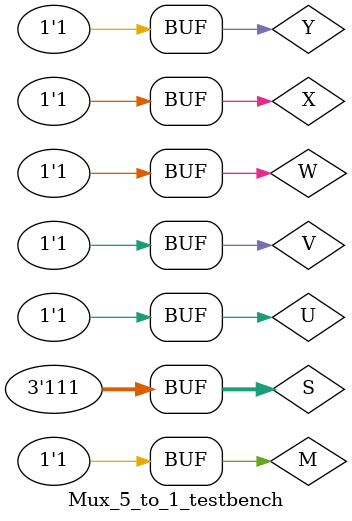
<source format=sv>
module Mux_5_to_1(S, U, V, W, X, Y, M);
	input U, V, W, X, Y;
	input [2:0] S;
	output reg M;
	
	wire A, B, C;
	
	assign A = (~S[0] & U) | (S[0] & V);
	assign B = (~S[0] & W) | (S[0] & X);
	assign C = (~S[1] & A) | (S[1] & B);
	assign M = (~S[2] & C) | (S[2] & Y);
endmodule

//module Mux_5_to_1_testbench(input  U, V, W, X, Y, [2:0] S,output reg M);
module Mux_5_to_1_testbench();
	logic U;
	logic V;
	logic W; 
	logic X;
	logic Y; 
	logic M;
	logic [2:0] S;
	Mux_5_to_1 dut(.S(S), .U(U), .V(V), .W(W), .X(X), .Y(Y), .M(M));
	initial begin
	S[0] = 0; S[1] = 0; S[2] = 0; U = 0; V = 0; W = 0; X = 0; Y = 0; M = 0; #10;
	S[0] = 0; S[1] = 0; S[2] = 0; U = 0; V = 0; W = 0; X = 0; Y = 0; M = 1; #10;
	S[0] = 0; S[1] = 0; S[2] = 0; U = 0; V = 0; W = 0; X = 0; Y = 1; M = 0; #10;
	S[0] = 0; S[1] = 0; S[2] = 0; U = 0; V = 0; W = 0; X = 0; Y = 1; M = 1; #10;
	S[0] = 0; S[1] = 0; S[2] = 0; U = 0; V = 0; W = 0; X = 1; Y = 0; M = 0; #10;
	S[0] = 0; S[1] = 0; S[2] = 0; U = 0; V = 0; W = 0; X = 1; Y = 0; M = 1; #10;
	S[0] = 0; S[1] = 0; S[2] = 0; U = 0; V = 0; W = 0; X = 1; Y = 1; M = 0; #10;
	S[0] = 0; S[1] = 0; S[2] = 0; U = 0; V = 0; W = 0; X = 1; Y = 1; M = 1; #10;
	S[0] = 0; S[1] = 0; S[2] = 0; U = 0; V = 0; W = 1; X = 0; Y = 0; M = 0; #10;
	S[0] = 0; S[1] = 0; S[2] = 0; U = 0; V = 0; W = 1; X = 0; Y = 0; M = 1; #10;
	S[0] = 0; S[1] = 0; S[2] = 0; U = 0; V = 0; W = 1; X = 0; Y = 1; M = 0; #10;
	S[0] = 0; S[1] = 0; S[2] = 0; U = 0; V = 0; W = 1; X = 0; Y = 1; M = 1; #10;
	S[0] = 0; S[1] = 0; S[2] = 0; U = 0; V = 0; W = 1; X = 1; Y = 0; M = 0; #10;
	S[0] = 0; S[1] = 0; S[2] = 0; U = 0; V = 0; W = 1; X = 1; Y = 0; M = 1; #10;
	S[0] = 0; S[1] = 0; S[2] = 0; U = 0; V = 0; W = 1; X = 1; Y = 1; M = 0; #10;
	S[0] = 0; S[1] = 0; S[2] = 0; U = 0; V = 0; W = 1; X = 1; Y = 1; M = 1; #10;
	S[0] = 0; S[1] = 0; S[2] = 0; U = 0; V = 1; W = 0; X = 0; Y = 0; M = 0; #10;
	S[0] = 0; S[1] = 0; S[2] = 0; U = 0; V = 1; W = 0; X = 0; Y = 0; M = 1; #10;
	S[0] = 0; S[1] = 0; S[2] = 0; U = 0; V = 1; W = 0; X = 0; Y = 1; M = 0; #10;
	S[0] = 0; S[1] = 0; S[2] = 0; U = 0; V = 1; W = 0; X = 0; Y = 1; M = 1; #10;
	S[0] = 0; S[1] = 0; S[2] = 0; U = 0; V = 1; W = 0; X = 1; Y = 0; M = 0; #10;
	S[0] = 0; S[1] = 0; S[2] = 0; U = 0; V = 1; W = 0; X = 1; Y = 0; M = 1; #10;
	S[0] = 0; S[1] = 0; S[2] = 0; U = 0; V = 1; W = 0; X = 1; Y = 1; M = 0; #10;
	S[0] = 0; S[1] = 0; S[2] = 0; U = 0; V = 1; W = 0; X = 1; Y = 1; M = 1; #10;
	S[0] = 0; S[1] = 0; S[2] = 0; U = 0; V = 1; W = 1; X = 0; Y = 0; M = 0; #10;
	S[0] = 0; S[1] = 0; S[2] = 0; U = 0; V = 1; W = 1; X = 0; Y = 0; M = 1; #10;
	S[0] = 0; S[1] = 0; S[2] = 0; U = 0; V = 1; W = 1; X = 0; Y = 1; M = 0; #10;
	S[0] = 0; S[1] = 0; S[2] = 0; U = 0; V = 1; W = 1; X = 0; Y = 1; M = 1; #10;
	S[0] = 0; S[1] = 0; S[2] = 0; U = 0; V = 1; W = 1; X = 1; Y = 0; M = 0; #10;
	S[0] = 0; S[1] = 0; S[2] = 0; U = 0; V = 1; W = 1; X = 1; Y = 0; M = 1; #10;
	S[0] = 0; S[1] = 0; S[2] = 0; U = 0; V = 1; W = 1; X = 1; Y = 1; M = 0; #10;
	S[0] = 0; S[1] = 0; S[2] = 0; U = 0; V = 1; W = 1; X = 1; Y = 1; M = 1; #10;
	S[0] = 0; S[1] = 0; S[2] = 0; U = 1; V = 0; W = 0; X = 0; Y = 0; M = 0; #10;
	S[0] = 0; S[1] = 0; S[2] = 0; U = 1; V = 0; W = 0; X = 0; Y = 0; M = 1; #10;
	S[0] = 0; S[1] = 0; S[2] = 0; U = 1; V = 0; W = 0; X = 0; Y = 1; M = 0; #10;
	S[0] = 0; S[1] = 0; S[2] = 0; U = 1; V = 0; W = 0; X = 0; Y = 1; M = 1; #10;
	S[0] = 0; S[1] = 0; S[2] = 0; U = 1; V = 0; W = 0; X = 1; Y = 0; M = 0; #10;
	S[0] = 0; S[1] = 0; S[2] = 0; U = 1; V = 0; W = 0; X = 1; Y = 0; M = 1; #10;
	S[0] = 0; S[1] = 0; S[2] = 0; U = 1; V = 0; W = 0; X = 1; Y = 1; M = 0; #10;
	S[0] = 0; S[1] = 0; S[2] = 0; U = 1; V = 0; W = 0; X = 1; Y = 1; M = 1; #10;
	S[0] = 0; S[1] = 0; S[2] = 0; U = 1; V = 0; W = 1; X = 0; Y = 0; M = 0; #10;
	S[0] = 0; S[1] = 0; S[2] = 0; U = 1; V = 0; W = 1; X = 0; Y = 0; M = 1; #10;
	S[0] = 0; S[1] = 0; S[2] = 0; U = 1; V = 0; W = 1; X = 0; Y = 1; M = 0; #10;
	S[0] = 0; S[1] = 0; S[2] = 0; U = 1; V = 0; W = 1; X = 0; Y = 1; M = 1; #10;
	S[0] = 0; S[1] = 0; S[2] = 0; U = 1; V = 0; W = 1; X = 1; Y = 0; M = 0; #10;
	S[0] = 0; S[1] = 0; S[2] = 0; U = 1; V = 0; W = 1; X = 1; Y = 0; M = 1; #10;
	S[0] = 0; S[1] = 0; S[2] = 0; U = 1; V = 0; W = 1; X = 1; Y = 1; M = 0; #10;
	S[0] = 0; S[1] = 0; S[2] = 0; U = 1; V = 0; W = 1; X = 1; Y = 1; M = 1; #10;
	S[0] = 0; S[1] = 0; S[2] = 0; U = 1; V = 1; W = 0; X = 0; Y = 0; M = 0; #10;
	S[0] = 0; S[1] = 0; S[2] = 0; U = 1; V = 1; W = 0; X = 0; Y = 0; M = 1; #10;
	S[0] = 0; S[1] = 0; S[2] = 0; U = 1; V = 1; W = 0; X = 0; Y = 1; M = 0; #10;
	S[0] = 0; S[1] = 0; S[2] = 0; U = 1; V = 1; W = 0; X = 0; Y = 1; M = 1; #10;
	S[0] = 0; S[1] = 0; S[2] = 0; U = 1; V = 1; W = 0; X = 1; Y = 0; M = 0; #10;
	S[0] = 0; S[1] = 0; S[2] = 0; U = 1; V = 1; W = 0; X = 1; Y = 0; M = 1; #10;
	S[0] = 0; S[1] = 0; S[2] = 0; U = 1; V = 1; W = 0; X = 1; Y = 1; M = 0; #10;
	S[0] = 0; S[1] = 0; S[2] = 0; U = 1; V = 1; W = 0; X = 1; Y = 1; M = 1; #10;
	S[0] = 0; S[1] = 0; S[2] = 0; U = 1; V = 1; W = 1; X = 0; Y = 0; M = 0; #10;
	S[0] = 0; S[1] = 0; S[2] = 0; U = 1; V = 1; W = 1; X = 0; Y = 0; M = 1; #10;
	S[0] = 0; S[1] = 0; S[2] = 0; U = 1; V = 1; W = 1; X = 0; Y = 1; M = 0; #10;
	S[0] = 0; S[1] = 0; S[2] = 0; U = 1; V = 1; W = 1; X = 0; Y = 1; M = 1; #10;
	S[0] = 0; S[1] = 0; S[2] = 0; U = 1; V = 1; W = 1; X = 1; Y = 0; M = 0; #10;
	S[0] = 0; S[1] = 0; S[2] = 0; U = 1; V = 1; W = 1; X = 1; Y = 0; M = 1; #10;
	S[0] = 0; S[1] = 0; S[2] = 0; U = 1; V = 1; W = 1; X = 1; Y = 1; M = 0; #10;
	S[0] = 0; S[1] = 0; S[2] = 0; U = 1; V = 1; W = 1; X = 1; Y = 1; M = 1; #10;
	S[0] = 0; S[1] = 0; S[2] = 1; U = 0; V = 0; W = 0; X = 0; Y = 0; M = 0; #10;
	S[0] = 0; S[1] = 0; S[2] = 1; U = 0; V = 0; W = 0; X = 0; Y = 0; M = 1; #10;
	S[0] = 0; S[1] = 0; S[2] = 1; U = 0; V = 0; W = 0; X = 0; Y = 1; M = 0; #10;
	S[0] = 0; S[1] = 0; S[2] = 1; U = 0; V = 0; W = 0; X = 0; Y = 1; M = 1; #10;
	S[0] = 0; S[1] = 0; S[2] = 1; U = 0; V = 0; W = 0; X = 1; Y = 0; M = 0; #10;
	S[0] = 0; S[1] = 0; S[2] = 1; U = 0; V = 0; W = 0; X = 1; Y = 0; M = 1; #10;
	S[0] = 0; S[1] = 0; S[2] = 1; U = 0; V = 0; W = 0; X = 1; Y = 1; M = 0; #10;
	S[0] = 0; S[1] = 0; S[2] = 1; U = 0; V = 0; W = 0; X = 1; Y = 1; M = 1; #10;
	S[0] = 0; S[1] = 0; S[2] = 1; U = 0; V = 0; W = 1; X = 0; Y = 0; M = 0; #10;
	S[0] = 0; S[1] = 0; S[2] = 1; U = 0; V = 0; W = 1; X = 0; Y = 0; M = 1; #10;
	S[0] = 0; S[1] = 0; S[2] = 1; U = 0; V = 0; W = 1; X = 0; Y = 1; M = 0; #10;
	S[0] = 0; S[1] = 0; S[2] = 1; U = 0; V = 0; W = 1; X = 0; Y = 1; M = 1; #10;
	S[0] = 0; S[1] = 0; S[2] = 1; U = 0; V = 0; W = 1; X = 1; Y = 0; M = 0; #10;
	S[0] = 0; S[1] = 0; S[2] = 1; U = 0; V = 0; W = 1; X = 1; Y = 0; M = 1; #10;
	S[0] = 0; S[1] = 0; S[2] = 1; U = 0; V = 0; W = 1; X = 1; Y = 1; M = 0; #10;
	S[0] = 0; S[1] = 0; S[2] = 1; U = 0; V = 0; W = 1; X = 1; Y = 1; M = 1; #10;
	S[0] = 0; S[1] = 0; S[2] = 1; U = 0; V = 1; W = 0; X = 0; Y = 0; M = 0; #10;
	S[0] = 0; S[1] = 0; S[2] = 1; U = 0; V = 1; W = 0; X = 0; Y = 0; M = 1; #10;
	S[0] = 0; S[1] = 0; S[2] = 1; U = 0; V = 1; W = 0; X = 0; Y = 1; M = 0; #10;
	S[0] = 0; S[1] = 0; S[2] = 1; U = 0; V = 1; W = 0; X = 0; Y = 1; M = 1; #10;
	S[0] = 0; S[1] = 0; S[2] = 1; U = 0; V = 1; W = 0; X = 1; Y = 0; M = 0; #10;
	S[0] = 0; S[1] = 0; S[2] = 1; U = 0; V = 1; W = 0; X = 1; Y = 0; M = 1; #10;
	S[0] = 0; S[1] = 0; S[2] = 1; U = 0; V = 1; W = 0; X = 1; Y = 1; M = 0; #10;
	S[0] = 0; S[1] = 0; S[2] = 1; U = 0; V = 1; W = 0; X = 1; Y = 1; M = 1; #10;
	S[0] = 0; S[1] = 0; S[2] = 1; U = 0; V = 1; W = 1; X = 0; Y = 0; M = 0; #10;
	S[0] = 0; S[1] = 0; S[2] = 1; U = 0; V = 1; W = 1; X = 0; Y = 0; M = 1; #10;
	S[0] = 0; S[1] = 0; S[2] = 1; U = 0; V = 1; W = 1; X = 0; Y = 1; M = 0; #10;
	S[0] = 0; S[1] = 0; S[2] = 1; U = 0; V = 1; W = 1; X = 0; Y = 1; M = 1; #10;
	S[0] = 0; S[1] = 0; S[2] = 1; U = 0; V = 1; W = 1; X = 1; Y = 0; M = 0; #10;
	S[0] = 0; S[1] = 0; S[2] = 1; U = 0; V = 1; W = 1; X = 1; Y = 0; M = 1; #10;
	S[0] = 0; S[1] = 0; S[2] = 1; U = 0; V = 1; W = 1; X = 1; Y = 1; M = 0; #10;
	S[0] = 0; S[1] = 0; S[2] = 1; U = 0; V = 1; W = 1; X = 1; Y = 1; M = 1; #10;
	S[0] = 0; S[1] = 0; S[2] = 1; U = 1; V = 0; W = 0; X = 0; Y = 0; M = 0; #10;
	S[0] = 0; S[1] = 0; S[2] = 1; U = 1; V = 0; W = 0; X = 0; Y = 0; M = 1; #10;
	S[0] = 0; S[1] = 0; S[2] = 1; U = 1; V = 0; W = 0; X = 0; Y = 1; M = 0; #10;
	S[0] = 0; S[1] = 0; S[2] = 1; U = 1; V = 0; W = 0; X = 0; Y = 1; M = 1; #10;
	S[0] = 0; S[1] = 0; S[2] = 1; U = 1; V = 0; W = 0; X = 1; Y = 0; M = 0; #10;
	S[0] = 0; S[1] = 0; S[2] = 1; U = 1; V = 0; W = 0; X = 1; Y = 0; M = 1; #10;
	S[0] = 0; S[1] = 0; S[2] = 1; U = 1; V = 0; W = 0; X = 1; Y = 1; M = 0; #10;
	S[0] = 0; S[1] = 0; S[2] = 1; U = 1; V = 0; W = 0; X = 1; Y = 1; M = 1; #10;
	S[0] = 0; S[1] = 0; S[2] = 1; U = 1; V = 0; W = 1; X = 0; Y = 0; M = 0; #10;
	S[0] = 0; S[1] = 0; S[2] = 1; U = 1; V = 0; W = 1; X = 0; Y = 0; M = 1; #10;
	S[0] = 0; S[1] = 0; S[2] = 1; U = 1; V = 0; W = 1; X = 0; Y = 1; M = 0; #10;
	S[0] = 0; S[1] = 0; S[2] = 1; U = 1; V = 0; W = 1; X = 0; Y = 1; M = 1; #10;
	S[0] = 0; S[1] = 0; S[2] = 1; U = 1; V = 0; W = 1; X = 1; Y = 0; M = 0; #10;
	S[0] = 0; S[1] = 0; S[2] = 1; U = 1; V = 0; W = 1; X = 1; Y = 0; M = 1; #10;
	S[0] = 0; S[1] = 0; S[2] = 1; U = 1; V = 0; W = 1; X = 1; Y = 1; M = 0; #10;
	S[0] = 0; S[1] = 0; S[2] = 1; U = 1; V = 0; W = 1; X = 1; Y = 1; M = 1; #10;
	S[0] = 0; S[1] = 0; S[2] = 1; U = 1; V = 1; W = 0; X = 0; Y = 0; M = 0; #10;
	S[0] = 0; S[1] = 0; S[2] = 1; U = 1; V = 1; W = 0; X = 0; Y = 0; M = 1; #10;
	S[0] = 0; S[1] = 0; S[2] = 1; U = 1; V = 1; W = 0; X = 0; Y = 1; M = 0; #10;
	S[0] = 0; S[1] = 0; S[2] = 1; U = 1; V = 1; W = 0; X = 0; Y = 1; M = 1; #10;
	S[0] = 0; S[1] = 0; S[2] = 1; U = 1; V = 1; W = 0; X = 1; Y = 0; M = 0; #10;
	S[0] = 0; S[1] = 0; S[2] = 1; U = 1; V = 1; W = 0; X = 1; Y = 0; M = 1; #10;
	S[0] = 0; S[1] = 0; S[2] = 1; U = 1; V = 1; W = 0; X = 1; Y = 1; M = 0; #10;
	S[0] = 0; S[1] = 0; S[2] = 1; U = 1; V = 1; W = 0; X = 1; Y = 1; M = 1; #10;
	S[0] = 0; S[1] = 0; S[2] = 1; U = 1; V = 1; W = 1; X = 0; Y = 0; M = 0; #10;
	S[0] = 0; S[1] = 0; S[2] = 1; U = 1; V = 1; W = 1; X = 0; Y = 0; M = 1; #10;
	S[0] = 0; S[1] = 0; S[2] = 1; U = 1; V = 1; W = 1; X = 0; Y = 1; M = 0; #10;
	S[0] = 0; S[1] = 0; S[2] = 1; U = 1; V = 1; W = 1; X = 0; Y = 1; M = 1; #10;
	S[0] = 0; S[1] = 0; S[2] = 1; U = 1; V = 1; W = 1; X = 1; Y = 0; M = 0; #10;
	S[0] = 0; S[1] = 0; S[2] = 1; U = 1; V = 1; W = 1; X = 1; Y = 0; M = 1; #10;
	S[0] = 0; S[1] = 0; S[2] = 1; U = 1; V = 1; W = 1; X = 1; Y = 1; M = 0; #10;
	S[0] = 0; S[1] = 0; S[2] = 1; U = 1; V = 1; W = 1; X = 1; Y = 1; M = 1; #10;
	S[0] = 0; S[1] = 1; S[2] = 0; U = 0; V = 0; W = 0; X = 0; Y = 0; M = 0; #10;
	S[0] = 0; S[1] = 1; S[2] = 0; U = 0; V = 0; W = 0; X = 0; Y = 0; M = 1; #10;
	S[0] = 0; S[1] = 1; S[2] = 0; U = 0; V = 0; W = 0; X = 0; Y = 1; M = 0; #10;
	S[0] = 0; S[1] = 1; S[2] = 0; U = 0; V = 0; W = 0; X = 0; Y = 1; M = 1; #10;
	S[0] = 0; S[1] = 1; S[2] = 0; U = 0; V = 0; W = 0; X = 1; Y = 0; M = 0; #10;
	S[0] = 0; S[1] = 1; S[2] = 0; U = 0; V = 0; W = 0; X = 1; Y = 0; M = 1; #10;
	S[0] = 0; S[1] = 1; S[2] = 0; U = 0; V = 0; W = 0; X = 1; Y = 1; M = 0; #10;
	S[0] = 0; S[1] = 1; S[2] = 0; U = 0; V = 0; W = 0; X = 1; Y = 1; M = 1; #10;
	S[0] = 0; S[1] = 1; S[2] = 0; U = 0; V = 0; W = 1; X = 0; Y = 0; M = 0; #10;
	S[0] = 0; S[1] = 1; S[2] = 0; U = 0; V = 0; W = 1; X = 0; Y = 0; M = 1; #10;
	S[0] = 0; S[1] = 1; S[2] = 0; U = 0; V = 0; W = 1; X = 0; Y = 1; M = 0; #10;
	S[0] = 0; S[1] = 1; S[2] = 0; U = 0; V = 0; W = 1; X = 0; Y = 1; M = 1; #10;
	S[0] = 0; S[1] = 1; S[2] = 0; U = 0; V = 0; W = 1; X = 1; Y = 0; M = 0; #10;
	S[0] = 0; S[1] = 1; S[2] = 0; U = 0; V = 0; W = 1; X = 1; Y = 0; M = 1; #10;
	S[0] = 0; S[1] = 1; S[2] = 0; U = 0; V = 0; W = 1; X = 1; Y = 1; M = 0; #10;
	S[0] = 0; S[1] = 1; S[2] = 0; U = 0; V = 0; W = 1; X = 1; Y = 1; M = 1; #10;
	S[0] = 0; S[1] = 1; S[2] = 0; U = 0; V = 1; W = 0; X = 0; Y = 0; M = 0; #10;
	S[0] = 0; S[1] = 1; S[2] = 0; U = 0; V = 1; W = 0; X = 0; Y = 0; M = 1; #10;
	S[0] = 0; S[1] = 1; S[2] = 0; U = 0; V = 1; W = 0; X = 0; Y = 1; M = 0; #10;
	S[0] = 0; S[1] = 1; S[2] = 0; U = 0; V = 1; W = 0; X = 0; Y = 1; M = 1; #10;
	S[0] = 0; S[1] = 1; S[2] = 0; U = 0; V = 1; W = 0; X = 1; Y = 0; M = 0; #10;
	S[0] = 0; S[1] = 1; S[2] = 0; U = 0; V = 1; W = 0; X = 1; Y = 0; M = 1; #10;
	S[0] = 0; S[1] = 1; S[2] = 0; U = 0; V = 1; W = 0; X = 1; Y = 1; M = 0; #10;
	S[0] = 0; S[1] = 1; S[2] = 0; U = 0; V = 1; W = 0; X = 1; Y = 1; M = 1; #10;
	S[0] = 0; S[1] = 1; S[2] = 0; U = 0; V = 1; W = 1; X = 0; Y = 0; M = 0; #10;
	S[0] = 0; S[1] = 1; S[2] = 0; U = 0; V = 1; W = 1; X = 0; Y = 0; M = 1; #10;
	S[0] = 0; S[1] = 1; S[2] = 0; U = 0; V = 1; W = 1; X = 0; Y = 1; M = 0; #10;
	S[0] = 0; S[1] = 1; S[2] = 0; U = 0; V = 1; W = 1; X = 0; Y = 1; M = 1; #10;
	S[0] = 0; S[1] = 1; S[2] = 0; U = 0; V = 1; W = 1; X = 1; Y = 0; M = 0; #10;
	S[0] = 0; S[1] = 1; S[2] = 0; U = 0; V = 1; W = 1; X = 1; Y = 0; M = 1; #10;
	S[0] = 0; S[1] = 1; S[2] = 0; U = 0; V = 1; W = 1; X = 1; Y = 1; M = 0; #10;
	S[0] = 0; S[1] = 1; S[2] = 0; U = 0; V = 1; W = 1; X = 1; Y = 1; M = 1; #10;
	S[0] = 0; S[1] = 1; S[2] = 0; U = 1; V = 0; W = 0; X = 0; Y = 0; M = 0; #10;
	S[0] = 0; S[1] = 1; S[2] = 0; U = 1; V = 0; W = 0; X = 0; Y = 0; M = 1; #10;
	S[0] = 0; S[1] = 1; S[2] = 0; U = 1; V = 0; W = 0; X = 0; Y = 1; M = 0; #10;
	S[0] = 0; S[1] = 1; S[2] = 0; U = 1; V = 0; W = 0; X = 0; Y = 1; M = 1; #10;
	S[0] = 0; S[1] = 1; S[2] = 0; U = 1; V = 0; W = 0; X = 1; Y = 0; M = 0; #10;
	S[0] = 0; S[1] = 1; S[2] = 0; U = 1; V = 0; W = 0; X = 1; Y = 0; M = 1; #10;
	S[0] = 0; S[1] = 1; S[2] = 0; U = 1; V = 0; W = 0; X = 1; Y = 1; M = 0; #10;
	S[0] = 0; S[1] = 1; S[2] = 0; U = 1; V = 0; W = 0; X = 1; Y = 1; M = 1; #10;
	S[0] = 0; S[1] = 1; S[2] = 0; U = 1; V = 0; W = 1; X = 0; Y = 0; M = 0; #10;
	S[0] = 0; S[1] = 1; S[2] = 0; U = 1; V = 0; W = 1; X = 0; Y = 0; M = 1; #10;
	S[0] = 0; S[1] = 1; S[2] = 0; U = 1; V = 0; W = 1; X = 0; Y = 1; M = 0; #10;
	S[0] = 0; S[1] = 1; S[2] = 0; U = 1; V = 0; W = 1; X = 0; Y = 1; M = 1; #10;
	S[0] = 0; S[1] = 1; S[2] = 0; U = 1; V = 0; W = 1; X = 1; Y = 0; M = 0; #10;
	S[0] = 0; S[1] = 1; S[2] = 0; U = 1; V = 0; W = 1; X = 1; Y = 0; M = 1; #10;
	S[0] = 0; S[1] = 1; S[2] = 0; U = 1; V = 0; W = 1; X = 1; Y = 1; M = 0; #10;
	S[0] = 0; S[1] = 1; S[2] = 0; U = 1; V = 0; W = 1; X = 1; Y = 1; M = 1; #10;
	S[0] = 0; S[1] = 1; S[2] = 0; U = 1; V = 1; W = 0; X = 0; Y = 0; M = 0; #10;
	S[0] = 0; S[1] = 1; S[2] = 0; U = 1; V = 1; W = 0; X = 0; Y = 0; M = 1; #10;
	S[0] = 0; S[1] = 1; S[2] = 0; U = 1; V = 1; W = 0; X = 0; Y = 1; M = 0; #10;
	S[0] = 0; S[1] = 1; S[2] = 0; U = 1; V = 1; W = 0; X = 0; Y = 1; M = 1; #10;
	S[0] = 0; S[1] = 1; S[2] = 0; U = 1; V = 1; W = 0; X = 1; Y = 0; M = 0; #10;
	S[0] = 0; S[1] = 1; S[2] = 0; U = 1; V = 1; W = 0; X = 1; Y = 0; M = 1; #10;
	S[0] = 0; S[1] = 1; S[2] = 0; U = 1; V = 1; W = 0; X = 1; Y = 1; M = 0; #10;
	S[0] = 0; S[1] = 1; S[2] = 0; U = 1; V = 1; W = 0; X = 1; Y = 1; M = 1; #10;
	S[0] = 0; S[1] = 1; S[2] = 0; U = 1; V = 1; W = 1; X = 0; Y = 0; M = 0; #10;
	S[0] = 0; S[1] = 1; S[2] = 0; U = 1; V = 1; W = 1; X = 0; Y = 0; M = 1; #10;
	S[0] = 0; S[1] = 1; S[2] = 0; U = 1; V = 1; W = 1; X = 0; Y = 1; M = 0; #10;
	S[0] = 0; S[1] = 1; S[2] = 0; U = 1; V = 1; W = 1; X = 0; Y = 1; M = 1; #10;
	S[0] = 0; S[1] = 1; S[2] = 0; U = 1; V = 1; W = 1; X = 1; Y = 0; M = 0; #10;
	S[0] = 0; S[1] = 1; S[2] = 0; U = 1; V = 1; W = 1; X = 1; Y = 0; M = 1; #10;
	S[0] = 0; S[1] = 1; S[2] = 0; U = 1; V = 1; W = 1; X = 1; Y = 1; M = 0; #10;
	S[0] = 0; S[1] = 1; S[2] = 0; U = 1; V = 1; W = 1; X = 1; Y = 1; M = 1; #10;
	S[0] = 0; S[1] = 1; S[2] = 1; U = 0; V = 0; W = 0; X = 0; Y = 0; M = 0; #10;
	S[0] = 0; S[1] = 1; S[2] = 1; U = 0; V = 0; W = 0; X = 0; Y = 0; M = 1; #10;
	S[0] = 0; S[1] = 1; S[2] = 1; U = 0; V = 0; W = 0; X = 0; Y = 1; M = 0; #10;
	S[0] = 0; S[1] = 1; S[2] = 1; U = 0; V = 0; W = 0; X = 0; Y = 1; M = 1; #10;
	S[0] = 0; S[1] = 1; S[2] = 1; U = 0; V = 0; W = 0; X = 1; Y = 0; M = 0; #10;
	S[0] = 0; S[1] = 1; S[2] = 1; U = 0; V = 0; W = 0; X = 1; Y = 0; M = 1; #10;
	S[0] = 0; S[1] = 1; S[2] = 1; U = 0; V = 0; W = 0; X = 1; Y = 1; M = 0; #10;
	S[0] = 0; S[1] = 1; S[2] = 1; U = 0; V = 0; W = 0; X = 1; Y = 1; M = 1; #10;
	S[0] = 0; S[1] = 1; S[2] = 1; U = 0; V = 0; W = 1; X = 0; Y = 0; M = 0; #10;
	S[0] = 0; S[1] = 1; S[2] = 1; U = 0; V = 0; W = 1; X = 0; Y = 0; M = 1; #10;
	S[0] = 0; S[1] = 1; S[2] = 1; U = 0; V = 0; W = 1; X = 0; Y = 1; M = 0; #10;
	S[0] = 0; S[1] = 1; S[2] = 1; U = 0; V = 0; W = 1; X = 0; Y = 1; M = 1; #10;
	S[0] = 0; S[1] = 1; S[2] = 1; U = 0; V = 0; W = 1; X = 1; Y = 0; M = 0; #10;
	S[0] = 0; S[1] = 1; S[2] = 1; U = 0; V = 0; W = 1; X = 1; Y = 0; M = 1; #10;
	S[0] = 0; S[1] = 1; S[2] = 1; U = 0; V = 0; W = 1; X = 1; Y = 1; M = 0; #10;
	S[0] = 0; S[1] = 1; S[2] = 1; U = 0; V = 0; W = 1; X = 1; Y = 1; M = 1; #10;
	S[0] = 0; S[1] = 1; S[2] = 1; U = 0; V = 1; W = 0; X = 0; Y = 0; M = 0; #10;
	S[0] = 0; S[1] = 1; S[2] = 1; U = 0; V = 1; W = 0; X = 0; Y = 0; M = 1; #10;
	S[0] = 0; S[1] = 1; S[2] = 1; U = 0; V = 1; W = 0; X = 0; Y = 1; M = 0; #10;
	S[0] = 0; S[1] = 1; S[2] = 1; U = 0; V = 1; W = 0; X = 0; Y = 1; M = 1; #10;
	S[0] = 0; S[1] = 1; S[2] = 1; U = 0; V = 1; W = 0; X = 1; Y = 0; M = 0; #10;
	S[0] = 0; S[1] = 1; S[2] = 1; U = 0; V = 1; W = 0; X = 1; Y = 0; M = 1; #10;
	S[0] = 0; S[1] = 1; S[2] = 1; U = 0; V = 1; W = 0; X = 1; Y = 1; M = 0; #10;
	S[0] = 0; S[1] = 1; S[2] = 1; U = 0; V = 1; W = 0; X = 1; Y = 1; M = 1; #10;
	S[0] = 0; S[1] = 1; S[2] = 1; U = 0; V = 1; W = 1; X = 0; Y = 0; M = 0; #10;
	S[0] = 0; S[1] = 1; S[2] = 1; U = 0; V = 1; W = 1; X = 0; Y = 0; M = 1; #10;
	S[0] = 0; S[1] = 1; S[2] = 1; U = 0; V = 1; W = 1; X = 0; Y = 1; M = 0; #10;
	S[0] = 0; S[1] = 1; S[2] = 1; U = 0; V = 1; W = 1; X = 0; Y = 1; M = 1; #10;
	S[0] = 0; S[1] = 1; S[2] = 1; U = 0; V = 1; W = 1; X = 1; Y = 0; M = 0; #10;
	S[0] = 0; S[1] = 1; S[2] = 1; U = 0; V = 1; W = 1; X = 1; Y = 0; M = 1; #10;
	S[0] = 0; S[1] = 1; S[2] = 1; U = 0; V = 1; W = 1; X = 1; Y = 1; M = 0; #10;
	S[0] = 0; S[1] = 1; S[2] = 1; U = 0; V = 1; W = 1; X = 1; Y = 1; M = 1; #10;
	S[0] = 0; S[1] = 1; S[2] = 1; U = 1; V = 0; W = 0; X = 0; Y = 0; M = 0; #10;
	S[0] = 0; S[1] = 1; S[2] = 1; U = 1; V = 0; W = 0; X = 0; Y = 0; M = 1; #10;
	S[0] = 0; S[1] = 1; S[2] = 1; U = 1; V = 0; W = 0; X = 0; Y = 1; M = 0; #10;
	S[0] = 0; S[1] = 1; S[2] = 1; U = 1; V = 0; W = 0; X = 0; Y = 1; M = 1; #10;
	S[0] = 0; S[1] = 1; S[2] = 1; U = 1; V = 0; W = 0; X = 1; Y = 0; M = 0; #10;
	S[0] = 0; S[1] = 1; S[2] = 1; U = 1; V = 0; W = 0; X = 1; Y = 0; M = 1; #10;
	S[0] = 0; S[1] = 1; S[2] = 1; U = 1; V = 0; W = 0; X = 1; Y = 1; M = 0; #10;
	S[0] = 0; S[1] = 1; S[2] = 1; U = 1; V = 0; W = 0; X = 1; Y = 1; M = 1; #10;
	S[0] = 0; S[1] = 1; S[2] = 1; U = 1; V = 0; W = 1; X = 0; Y = 0; M = 0; #10;
	S[0] = 0; S[1] = 1; S[2] = 1; U = 1; V = 0; W = 1; X = 0; Y = 0; M = 1; #10;
	S[0] = 0; S[1] = 1; S[2] = 1; U = 1; V = 0; W = 1; X = 0; Y = 1; M = 0; #10;
	S[0] = 0; S[1] = 1; S[2] = 1; U = 1; V = 0; W = 1; X = 0; Y = 1; M = 1; #10;
	S[0] = 0; S[1] = 1; S[2] = 1; U = 1; V = 0; W = 1; X = 1; Y = 0; M = 0; #10;
	S[0] = 0; S[1] = 1; S[2] = 1; U = 1; V = 0; W = 1; X = 1; Y = 0; M = 1; #10;
	S[0] = 0; S[1] = 1; S[2] = 1; U = 1; V = 0; W = 1; X = 1; Y = 1; M = 0; #10;
	S[0] = 0; S[1] = 1; S[2] = 1; U = 1; V = 0; W = 1; X = 1; Y = 1; M = 1; #10;
	S[0] = 0; S[1] = 1; S[2] = 1; U = 1; V = 1; W = 0; X = 0; Y = 0; M = 0; #10;
	S[0] = 0; S[1] = 1; S[2] = 1; U = 1; V = 1; W = 0; X = 0; Y = 0; M = 1; #10;
	S[0] = 0; S[1] = 1; S[2] = 1; U = 1; V = 1; W = 0; X = 0; Y = 1; M = 0; #10;
	S[0] = 0; S[1] = 1; S[2] = 1; U = 1; V = 1; W = 0; X = 0; Y = 1; M = 1; #10;
	S[0] = 0; S[1] = 1; S[2] = 1; U = 1; V = 1; W = 0; X = 1; Y = 0; M = 0; #10;
	S[0] = 0; S[1] = 1; S[2] = 1; U = 1; V = 1; W = 0; X = 1; Y = 0; M = 1; #10;
	S[0] = 0; S[1] = 1; S[2] = 1; U = 1; V = 1; W = 0; X = 1; Y = 1; M = 0; #10;
	S[0] = 0; S[1] = 1; S[2] = 1; U = 1; V = 1; W = 0; X = 1; Y = 1; M = 1; #10;
	S[0] = 0; S[1] = 1; S[2] = 1; U = 1; V = 1; W = 1; X = 0; Y = 0; M = 0; #10;
	S[0] = 0; S[1] = 1; S[2] = 1; U = 1; V = 1; W = 1; X = 0; Y = 0; M = 1; #10;
	S[0] = 0; S[1] = 1; S[2] = 1; U = 1; V = 1; W = 1; X = 0; Y = 1; M = 0; #10;
	S[0] = 0; S[1] = 1; S[2] = 1; U = 1; V = 1; W = 1; X = 0; Y = 1; M = 1; #10;
	S[0] = 0; S[1] = 1; S[2] = 1; U = 1; V = 1; W = 1; X = 1; Y = 0; M = 0; #10;
	S[0] = 0; S[1] = 1; S[2] = 1; U = 1; V = 1; W = 1; X = 1; Y = 0; M = 1; #10;
	S[0] = 0; S[1] = 1; S[2] = 1; U = 1; V = 1; W = 1; X = 1; Y = 1; M = 0; #10;
	S[0] = 0; S[1] = 1; S[2] = 1; U = 1; V = 1; W = 1; X = 1; Y = 1; M = 1; #10;
	S[0] = 1; S[1] = 0; S[2] = 0; U = 0; V = 0; W = 0; X = 0; Y = 0; M = 0; #10;
	S[0] = 1; S[1] = 0; S[2] = 0; U = 0; V = 0; W = 0; X = 0; Y = 0; M = 1; #10;
	S[0] = 1; S[1] = 0; S[2] = 0; U = 0; V = 0; W = 0; X = 0; Y = 1; M = 0; #10;
	S[0] = 1; S[1] = 0; S[2] = 0; U = 0; V = 0; W = 0; X = 0; Y = 1; M = 1; #10;
	S[0] = 1; S[1] = 0; S[2] = 0; U = 0; V = 0; W = 0; X = 1; Y = 0; M = 0; #10;
	S[0] = 1; S[1] = 0; S[2] = 0; U = 0; V = 0; W = 0; X = 1; Y = 0; M = 1; #10;
	S[0] = 1; S[1] = 0; S[2] = 0; U = 0; V = 0; W = 0; X = 1; Y = 1; M = 0; #10;
	S[0] = 1; S[1] = 0; S[2] = 0; U = 0; V = 0; W = 0; X = 1; Y = 1; M = 1; #10;
	S[0] = 1; S[1] = 0; S[2] = 0; U = 0; V = 0; W = 1; X = 0; Y = 0; M = 0; #10;
	S[0] = 1; S[1] = 0; S[2] = 0; U = 0; V = 0; W = 1; X = 0; Y = 0; M = 1; #10;
	S[0] = 1; S[1] = 0; S[2] = 0; U = 0; V = 0; W = 1; X = 0; Y = 1; M = 0; #10;
	S[0] = 1; S[1] = 0; S[2] = 0; U = 0; V = 0; W = 1; X = 0; Y = 1; M = 1; #10;
	S[0] = 1; S[1] = 0; S[2] = 0; U = 0; V = 0; W = 1; X = 1; Y = 0; M = 0; #10;
	S[0] = 1; S[1] = 0; S[2] = 0; U = 0; V = 0; W = 1; X = 1; Y = 0; M = 1; #10;
	S[0] = 1; S[1] = 0; S[2] = 0; U = 0; V = 0; W = 1; X = 1; Y = 1; M = 0; #10;
	S[0] = 1; S[1] = 0; S[2] = 0; U = 0; V = 0; W = 1; X = 1; Y = 1; M = 1; #10;
	S[0] = 1; S[1] = 0; S[2] = 0; U = 0; V = 1; W = 0; X = 0; Y = 0; M = 0; #10;
	S[0] = 1; S[1] = 0; S[2] = 0; U = 0; V = 1; W = 0; X = 0; Y = 0; M = 1; #10;
	S[0] = 1; S[1] = 0; S[2] = 0; U = 0; V = 1; W = 0; X = 0; Y = 1; M = 0; #10;
	S[0] = 1; S[1] = 0; S[2] = 0; U = 0; V = 1; W = 0; X = 0; Y = 1; M = 1; #10;
	S[0] = 1; S[1] = 0; S[2] = 0; U = 0; V = 1; W = 0; X = 1; Y = 0; M = 0; #10;
	S[0] = 1; S[1] = 0; S[2] = 0; U = 0; V = 1; W = 0; X = 1; Y = 0; M = 1; #10;
	S[0] = 1; S[1] = 0; S[2] = 0; U = 0; V = 1; W = 0; X = 1; Y = 1; M = 0; #10;
	S[0] = 1; S[1] = 0; S[2] = 0; U = 0; V = 1; W = 0; X = 1; Y = 1; M = 1; #10;
	S[0] = 1; S[1] = 0; S[2] = 0; U = 0; V = 1; W = 1; X = 0; Y = 0; M = 0; #10;
	S[0] = 1; S[1] = 0; S[2] = 0; U = 0; V = 1; W = 1; X = 0; Y = 0; M = 1; #10;
	S[0] = 1; S[1] = 0; S[2] = 0; U = 0; V = 1; W = 1; X = 0; Y = 1; M = 0; #10;
	S[0] = 1; S[1] = 0; S[2] = 0; U = 0; V = 1; W = 1; X = 0; Y = 1; M = 1; #10;
	S[0] = 1; S[1] = 0; S[2] = 0; U = 0; V = 1; W = 1; X = 1; Y = 0; M = 0; #10;
	S[0] = 1; S[1] = 0; S[2] = 0; U = 0; V = 1; W = 1; X = 1; Y = 0; M = 1; #10;
	S[0] = 1; S[1] = 0; S[2] = 0; U = 0; V = 1; W = 1; X = 1; Y = 1; M = 0; #10;
	S[0] = 1; S[1] = 0; S[2] = 0; U = 0; V = 1; W = 1; X = 1; Y = 1; M = 1; #10;
	S[0] = 1; S[1] = 0; S[2] = 0; U = 1; V = 0; W = 0; X = 0; Y = 0; M = 0; #10;
	S[0] = 1; S[1] = 0; S[2] = 0; U = 1; V = 0; W = 0; X = 0; Y = 0; M = 1; #10;
	S[0] = 1; S[1] = 0; S[2] = 0; U = 1; V = 0; W = 0; X = 0; Y = 1; M = 0; #10;
	S[0] = 1; S[1] = 0; S[2] = 0; U = 1; V = 0; W = 0; X = 0; Y = 1; M = 1; #10;
	S[0] = 1; S[1] = 0; S[2] = 0; U = 1; V = 0; W = 0; X = 1; Y = 0; M = 0; #10;
	S[0] = 1; S[1] = 0; S[2] = 0; U = 1; V = 0; W = 0; X = 1; Y = 0; M = 1; #10;
	S[0] = 1; S[1] = 0; S[2] = 0; U = 1; V = 0; W = 0; X = 1; Y = 1; M = 0; #10;
	S[0] = 1; S[1] = 0; S[2] = 0; U = 1; V = 0; W = 0; X = 1; Y = 1; M = 1; #10;
	S[0] = 1; S[1] = 0; S[2] = 0; U = 1; V = 0; W = 1; X = 0; Y = 0; M = 0; #10;
	S[0] = 1; S[1] = 0; S[2] = 0; U = 1; V = 0; W = 1; X = 0; Y = 0; M = 1; #10;
	S[0] = 1; S[1] = 0; S[2] = 0; U = 1; V = 0; W = 1; X = 0; Y = 1; M = 0; #10;
	S[0] = 1; S[1] = 0; S[2] = 0; U = 1; V = 0; W = 1; X = 0; Y = 1; M = 1; #10;
	S[0] = 1; S[1] = 0; S[2] = 0; U = 1; V = 0; W = 1; X = 1; Y = 0; M = 0; #10;
	S[0] = 1; S[1] = 0; S[2] = 0; U = 1; V = 0; W = 1; X = 1; Y = 0; M = 1; #10;
	S[0] = 1; S[1] = 0; S[2] = 0; U = 1; V = 0; W = 1; X = 1; Y = 1; M = 0; #10;
	S[0] = 1; S[1] = 0; S[2] = 0; U = 1; V = 0; W = 1; X = 1; Y = 1; M = 1; #10;
	S[0] = 1; S[1] = 0; S[2] = 0; U = 1; V = 1; W = 0; X = 0; Y = 0; M = 0; #10;
	S[0] = 1; S[1] = 0; S[2] = 0; U = 1; V = 1; W = 0; X = 0; Y = 0; M = 1; #10;
	S[0] = 1; S[1] = 0; S[2] = 0; U = 1; V = 1; W = 0; X = 0; Y = 1; M = 0; #10;
	S[0] = 1; S[1] = 0; S[2] = 0; U = 1; V = 1; W = 0; X = 0; Y = 1; M = 1; #10;
	S[0] = 1; S[1] = 0; S[2] = 0; U = 1; V = 1; W = 0; X = 1; Y = 0; M = 0; #10;
	S[0] = 1; S[1] = 0; S[2] = 0; U = 1; V = 1; W = 0; X = 1; Y = 0; M = 1; #10;
	S[0] = 1; S[1] = 0; S[2] = 0; U = 1; V = 1; W = 0; X = 1; Y = 1; M = 0; #10;
	S[0] = 1; S[1] = 0; S[2] = 0; U = 1; V = 1; W = 0; X = 1; Y = 1; M = 1; #10;
	S[0] = 1; S[1] = 0; S[2] = 0; U = 1; V = 1; W = 1; X = 0; Y = 0; M = 0; #10;
	S[0] = 1; S[1] = 0; S[2] = 0; U = 1; V = 1; W = 1; X = 0; Y = 0; M = 1; #10;
	S[0] = 1; S[1] = 0; S[2] = 0; U = 1; V = 1; W = 1; X = 0; Y = 1; M = 0; #10;
	S[0] = 1; S[1] = 0; S[2] = 0; U = 1; V = 1; W = 1; X = 0; Y = 1; M = 1; #10;
	S[0] = 1; S[1] = 0; S[2] = 0; U = 1; V = 1; W = 1; X = 1; Y = 0; M = 0; #10;
	S[0] = 1; S[1] = 0; S[2] = 0; U = 1; V = 1; W = 1; X = 1; Y = 0; M = 1; #10;
	S[0] = 1; S[1] = 0; S[2] = 0; U = 1; V = 1; W = 1; X = 1; Y = 1; M = 0; #10;
	S[0] = 1; S[1] = 0; S[2] = 0; U = 1; V = 1; W = 1; X = 1; Y = 1; M = 1; #10;
	S[0] = 1; S[1] = 0; S[2] = 1; U = 0; V = 0; W = 0; X = 0; Y = 0; M = 0; #10;
	S[0] = 1; S[1] = 0; S[2] = 1; U = 0; V = 0; W = 0; X = 0; Y = 0; M = 1; #10;
	S[0] = 1; S[1] = 0; S[2] = 1; U = 0; V = 0; W = 0; X = 0; Y = 1; M = 0; #10;
	S[0] = 1; S[1] = 0; S[2] = 1; U = 0; V = 0; W = 0; X = 0; Y = 1; M = 1; #10;
	S[0] = 1; S[1] = 0; S[2] = 1; U = 0; V = 0; W = 0; X = 1; Y = 0; M = 0; #10;
	S[0] = 1; S[1] = 0; S[2] = 1; U = 0; V = 0; W = 0; X = 1; Y = 0; M = 1; #10;
	S[0] = 1; S[1] = 0; S[2] = 1; U = 0; V = 0; W = 0; X = 1; Y = 1; M = 0; #10;
	S[0] = 1; S[1] = 0; S[2] = 1; U = 0; V = 0; W = 0; X = 1; Y = 1; M = 1; #10;
	S[0] = 1; S[1] = 0; S[2] = 1; U = 0; V = 0; W = 1; X = 0; Y = 0; M = 0; #10;
	S[0] = 1; S[1] = 0; S[2] = 1; U = 0; V = 0; W = 1; X = 0; Y = 0; M = 1; #10;
	S[0] = 1; S[1] = 0; S[2] = 1; U = 0; V = 0; W = 1; X = 0; Y = 1; M = 0; #10;
	S[0] = 1; S[1] = 0; S[2] = 1; U = 0; V = 0; W = 1; X = 0; Y = 1; M = 1; #10;
	S[0] = 1; S[1] = 0; S[2] = 1; U = 0; V = 0; W = 1; X = 1; Y = 0; M = 0; #10;
	S[0] = 1; S[1] = 0; S[2] = 1; U = 0; V = 0; W = 1; X = 1; Y = 0; M = 1; #10;
	S[0] = 1; S[1] = 0; S[2] = 1; U = 0; V = 0; W = 1; X = 1; Y = 1; M = 0; #10;
	S[0] = 1; S[1] = 0; S[2] = 1; U = 0; V = 0; W = 1; X = 1; Y = 1; M = 1; #10;
	S[0] = 1; S[1] = 0; S[2] = 1; U = 0; V = 1; W = 0; X = 0; Y = 0; M = 0; #10;
	S[0] = 1; S[1] = 0; S[2] = 1; U = 0; V = 1; W = 0; X = 0; Y = 0; M = 1; #10;
	S[0] = 1; S[1] = 0; S[2] = 1; U = 0; V = 1; W = 0; X = 0; Y = 1; M = 0; #10;
	S[0] = 1; S[1] = 0; S[2] = 1; U = 0; V = 1; W = 0; X = 0; Y = 1; M = 1; #10;
	S[0] = 1; S[1] = 0; S[2] = 1; U = 0; V = 1; W = 0; X = 1; Y = 0; M = 0; #10;
	S[0] = 1; S[1] = 0; S[2] = 1; U = 0; V = 1; W = 0; X = 1; Y = 0; M = 1; #10;
	S[0] = 1; S[1] = 0; S[2] = 1; U = 0; V = 1; W = 0; X = 1; Y = 1; M = 0; #10;
	S[0] = 1; S[1] = 0; S[2] = 1; U = 0; V = 1; W = 0; X = 1; Y = 1; M = 1; #10;
	S[0] = 1; S[1] = 0; S[2] = 1; U = 0; V = 1; W = 1; X = 0; Y = 0; M = 0; #10;
	S[0] = 1; S[1] = 0; S[2] = 1; U = 0; V = 1; W = 1; X = 0; Y = 0; M = 1; #10;
	S[0] = 1; S[1] = 0; S[2] = 1; U = 0; V = 1; W = 1; X = 0; Y = 1; M = 0; #10;
	S[0] = 1; S[1] = 0; S[2] = 1; U = 0; V = 1; W = 1; X = 0; Y = 1; M = 1; #10;
	S[0] = 1; S[1] = 0; S[2] = 1; U = 0; V = 1; W = 1; X = 1; Y = 0; M = 0; #10;
	S[0] = 1; S[1] = 0; S[2] = 1; U = 0; V = 1; W = 1; X = 1; Y = 0; M = 1; #10;
	S[0] = 1; S[1] = 0; S[2] = 1; U = 0; V = 1; W = 1; X = 1; Y = 1; M = 0; #10;
	S[0] = 1; S[1] = 0; S[2] = 1; U = 0; V = 1; W = 1; X = 1; Y = 1; M = 1; #10;
	S[0] = 1; S[1] = 0; S[2] = 1; U = 1; V = 0; W = 0; X = 0; Y = 0; M = 0; #10;
	S[0] = 1; S[1] = 0; S[2] = 1; U = 1; V = 0; W = 0; X = 0; Y = 0; M = 1; #10;
	S[0] = 1; S[1] = 0; S[2] = 1; U = 1; V = 0; W = 0; X = 0; Y = 1; M = 0; #10;
	S[0] = 1; S[1] = 0; S[2] = 1; U = 1; V = 0; W = 0; X = 0; Y = 1; M = 1; #10;
	S[0] = 1; S[1] = 0; S[2] = 1; U = 1; V = 0; W = 0; X = 1; Y = 0; M = 0; #10;
	S[0] = 1; S[1] = 0; S[2] = 1; U = 1; V = 0; W = 0; X = 1; Y = 0; M = 1; #10;
	S[0] = 1; S[1] = 0; S[2] = 1; U = 1; V = 0; W = 0; X = 1; Y = 1; M = 0; #10;
	S[0] = 1; S[1] = 0; S[2] = 1; U = 1; V = 0; W = 0; X = 1; Y = 1; M = 1; #10;
	S[0] = 1; S[1] = 0; S[2] = 1; U = 1; V = 0; W = 1; X = 0; Y = 0; M = 0; #10;
	S[0] = 1; S[1] = 0; S[2] = 1; U = 1; V = 0; W = 1; X = 0; Y = 0; M = 1; #10;
	S[0] = 1; S[1] = 0; S[2] = 1; U = 1; V = 0; W = 1; X = 0; Y = 1; M = 0; #10;
	S[0] = 1; S[1] = 0; S[2] = 1; U = 1; V = 0; W = 1; X = 0; Y = 1; M = 1; #10;
	S[0] = 1; S[1] = 0; S[2] = 1; U = 1; V = 0; W = 1; X = 1; Y = 0; M = 0; #10;
	S[0] = 1; S[1] = 0; S[2] = 1; U = 1; V = 0; W = 1; X = 1; Y = 0; M = 1; #10;
	S[0] = 1; S[1] = 0; S[2] = 1; U = 1; V = 0; W = 1; X = 1; Y = 1; M = 0; #10;
	S[0] = 1; S[1] = 0; S[2] = 1; U = 1; V = 0; W = 1; X = 1; Y = 1; M = 1; #10;
	S[0] = 1; S[1] = 0; S[2] = 1; U = 1; V = 1; W = 0; X = 0; Y = 0; M = 0; #10;
	S[0] = 1; S[1] = 0; S[2] = 1; U = 1; V = 1; W = 0; X = 0; Y = 0; M = 1; #10;
	S[0] = 1; S[1] = 0; S[2] = 1; U = 1; V = 1; W = 0; X = 0; Y = 1; M = 0; #10;
	S[0] = 1; S[1] = 0; S[2] = 1; U = 1; V = 1; W = 0; X = 0; Y = 1; M = 1; #10;
	S[0] = 1; S[1] = 0; S[2] = 1; U = 1; V = 1; W = 0; X = 1; Y = 0; M = 0; #10;
	S[0] = 1; S[1] = 0; S[2] = 1; U = 1; V = 1; W = 0; X = 1; Y = 0; M = 1; #10;
	S[0] = 1; S[1] = 0; S[2] = 1; U = 1; V = 1; W = 0; X = 1; Y = 1; M = 0; #10;
	S[0] = 1; S[1] = 0; S[2] = 1; U = 1; V = 1; W = 0; X = 1; Y = 1; M = 1; #10;
	S[0] = 1; S[1] = 0; S[2] = 1; U = 1; V = 1; W = 1; X = 0; Y = 0; M = 0; #10;
	S[0] = 1; S[1] = 0; S[2] = 1; U = 1; V = 1; W = 1; X = 0; Y = 0; M = 1; #10;
	S[0] = 1; S[1] = 0; S[2] = 1; U = 1; V = 1; W = 1; X = 0; Y = 1; M = 0; #10;
	S[0] = 1; S[1] = 0; S[2] = 1; U = 1; V = 1; W = 1; X = 0; Y = 1; M = 1; #10;
	S[0] = 1; S[1] = 0; S[2] = 1; U = 1; V = 1; W = 1; X = 1; Y = 0; M = 0; #10;
	S[0] = 1; S[1] = 0; S[2] = 1; U = 1; V = 1; W = 1; X = 1; Y = 0; M = 1; #10;
	S[0] = 1; S[1] = 0; S[2] = 1; U = 1; V = 1; W = 1; X = 1; Y = 1; M = 0; #10;
	S[0] = 1; S[1] = 0; S[2] = 1; U = 1; V = 1; W = 1; X = 1; Y = 1; M = 1; #10;
	S[0] = 1; S[1] = 1; S[2] = 0; U = 0; V = 0; W = 0; X = 0; Y = 0; M = 0; #10;
	S[0] = 1; S[1] = 1; S[2] = 0; U = 0; V = 0; W = 0; X = 0; Y = 0; M = 1; #10;
	S[0] = 1; S[1] = 1; S[2] = 0; U = 0; V = 0; W = 0; X = 0; Y = 1; M = 0; #10;
	S[0] = 1; S[1] = 1; S[2] = 0; U = 0; V = 0; W = 0; X = 0; Y = 1; M = 1; #10;
	S[0] = 1; S[1] = 1; S[2] = 0; U = 0; V = 0; W = 0; X = 1; Y = 0; M = 0; #10;
	S[0] = 1; S[1] = 1; S[2] = 0; U = 0; V = 0; W = 0; X = 1; Y = 0; M = 1; #10;
	S[0] = 1; S[1] = 1; S[2] = 0; U = 0; V = 0; W = 0; X = 1; Y = 1; M = 0; #10;
	S[0] = 1; S[1] = 1; S[2] = 0; U = 0; V = 0; W = 0; X = 1; Y = 1; M = 1; #10;
	S[0] = 1; S[1] = 1; S[2] = 0; U = 0; V = 0; W = 1; X = 0; Y = 0; M = 0; #10;
	S[0] = 1; S[1] = 1; S[2] = 0; U = 0; V = 0; W = 1; X = 0; Y = 0; M = 1; #10;
	S[0] = 1; S[1] = 1; S[2] = 0; U = 0; V = 0; W = 1; X = 0; Y = 1; M = 0; #10;
	S[0] = 1; S[1] = 1; S[2] = 0; U = 0; V = 0; W = 1; X = 0; Y = 1; M = 1; #10;
	S[0] = 1; S[1] = 1; S[2] = 0; U = 0; V = 0; W = 1; X = 1; Y = 0; M = 0; #10;
	S[0] = 1; S[1] = 1; S[2] = 0; U = 0; V = 0; W = 1; X = 1; Y = 0; M = 1; #10;
	S[0] = 1; S[1] = 1; S[2] = 0; U = 0; V = 0; W = 1; X = 1; Y = 1; M = 0; #10;
	S[0] = 1; S[1] = 1; S[2] = 0; U = 0; V = 0; W = 1; X = 1; Y = 1; M = 1; #10;
	S[0] = 1; S[1] = 1; S[2] = 0; U = 0; V = 1; W = 0; X = 0; Y = 0; M = 0; #10;
	S[0] = 1; S[1] = 1; S[2] = 0; U = 0; V = 1; W = 0; X = 0; Y = 0; M = 1; #10;
	S[0] = 1; S[1] = 1; S[2] = 0; U = 0; V = 1; W = 0; X = 0; Y = 1; M = 0; #10;
	S[0] = 1; S[1] = 1; S[2] = 0; U = 0; V = 1; W = 0; X = 0; Y = 1; M = 1; #10;
	S[0] = 1; S[1] = 1; S[2] = 0; U = 0; V = 1; W = 0; X = 1; Y = 0; M = 0; #10;
	S[0] = 1; S[1] = 1; S[2] = 0; U = 0; V = 1; W = 0; X = 1; Y = 0; M = 1; #10;
	S[0] = 1; S[1] = 1; S[2] = 0; U = 0; V = 1; W = 0; X = 1; Y = 1; M = 0; #10;
	S[0] = 1; S[1] = 1; S[2] = 0; U = 0; V = 1; W = 0; X = 1; Y = 1; M = 1; #10;
	S[0] = 1; S[1] = 1; S[2] = 0; U = 0; V = 1; W = 1; X = 0; Y = 0; M = 0; #10;
	S[0] = 1; S[1] = 1; S[2] = 0; U = 0; V = 1; W = 1; X = 0; Y = 0; M = 1; #10;
	S[0] = 1; S[1] = 1; S[2] = 0; U = 0; V = 1; W = 1; X = 0; Y = 1; M = 0; #10;
	S[0] = 1; S[1] = 1; S[2] = 0; U = 0; V = 1; W = 1; X = 0; Y = 1; M = 1; #10;
	S[0] = 1; S[1] = 1; S[2] = 0; U = 0; V = 1; W = 1; X = 1; Y = 0; M = 0; #10;
	S[0] = 1; S[1] = 1; S[2] = 0; U = 0; V = 1; W = 1; X = 1; Y = 0; M = 1; #10;
	S[0] = 1; S[1] = 1; S[2] = 0; U = 0; V = 1; W = 1; X = 1; Y = 1; M = 0; #10;
	S[0] = 1; S[1] = 1; S[2] = 0; U = 0; V = 1; W = 1; X = 1; Y = 1; M = 1; #10;
	S[0] = 1; S[1] = 1; S[2] = 0; U = 1; V = 0; W = 0; X = 0; Y = 0; M = 0; #10;
	S[0] = 1; S[1] = 1; S[2] = 0; U = 1; V = 0; W = 0; X = 0; Y = 0; M = 1; #10;
	S[0] = 1; S[1] = 1; S[2] = 0; U = 1; V = 0; W = 0; X = 0; Y = 1; M = 0; #10;
	S[0] = 1; S[1] = 1; S[2] = 0; U = 1; V = 0; W = 0; X = 0; Y = 1; M = 1; #10;
	S[0] = 1; S[1] = 1; S[2] = 0; U = 1; V = 0; W = 0; X = 1; Y = 0; M = 0; #10;
	S[0] = 1; S[1] = 1; S[2] = 0; U = 1; V = 0; W = 0; X = 1; Y = 0; M = 1; #10;
	S[0] = 1; S[1] = 1; S[2] = 0; U = 1; V = 0; W = 0; X = 1; Y = 1; M = 0; #10;
	S[0] = 1; S[1] = 1; S[2] = 0; U = 1; V = 0; W = 0; X = 1; Y = 1; M = 1; #10;
	S[0] = 1; S[1] = 1; S[2] = 0; U = 1; V = 0; W = 1; X = 0; Y = 0; M = 0; #10;
	S[0] = 1; S[1] = 1; S[2] = 0; U = 1; V = 0; W = 1; X = 0; Y = 0; M = 1; #10;
	S[0] = 1; S[1] = 1; S[2] = 0; U = 1; V = 0; W = 1; X = 0; Y = 1; M = 0; #10;
	S[0] = 1; S[1] = 1; S[2] = 0; U = 1; V = 0; W = 1; X = 0; Y = 1; M = 1; #10;
	S[0] = 1; S[1] = 1; S[2] = 0; U = 1; V = 0; W = 1; X = 1; Y = 0; M = 0; #10;
	S[0] = 1; S[1] = 1; S[2] = 0; U = 1; V = 0; W = 1; X = 1; Y = 0; M = 1; #10;
	S[0] = 1; S[1] = 1; S[2] = 0; U = 1; V = 0; W = 1; X = 1; Y = 1; M = 0; #10;
	S[0] = 1; S[1] = 1; S[2] = 0; U = 1; V = 0; W = 1; X = 1; Y = 1; M = 1; #10;
	S[0] = 1; S[1] = 1; S[2] = 0; U = 1; V = 1; W = 0; X = 0; Y = 0; M = 0; #10;
	S[0] = 1; S[1] = 1; S[2] = 0; U = 1; V = 1; W = 0; X = 0; Y = 0; M = 1; #10;
	S[0] = 1; S[1] = 1; S[2] = 0; U = 1; V = 1; W = 0; X = 0; Y = 1; M = 0; #10;
	S[0] = 1; S[1] = 1; S[2] = 0; U = 1; V = 1; W = 0; X = 0; Y = 1; M = 1; #10;
	S[0] = 1; S[1] = 1; S[2] = 0; U = 1; V = 1; W = 0; X = 1; Y = 0; M = 0; #10;
	S[0] = 1; S[1] = 1; S[2] = 0; U = 1; V = 1; W = 0; X = 1; Y = 0; M = 1; #10;
	S[0] = 1; S[1] = 1; S[2] = 0; U = 1; V = 1; W = 0; X = 1; Y = 1; M = 0; #10;
	S[0] = 1; S[1] = 1; S[2] = 0; U = 1; V = 1; W = 0; X = 1; Y = 1; M = 1; #10;
	S[0] = 1; S[1] = 1; S[2] = 0; U = 1; V = 1; W = 1; X = 0; Y = 0; M = 0; #10;
	S[0] = 1; S[1] = 1; S[2] = 0; U = 1; V = 1; W = 1; X = 0; Y = 0; M = 1; #10;
	S[0] = 1; S[1] = 1; S[2] = 0; U = 1; V = 1; W = 1; X = 0; Y = 1; M = 0; #10;
	S[0] = 1; S[1] = 1; S[2] = 0; U = 1; V = 1; W = 1; X = 0; Y = 1; M = 1; #10;
	S[0] = 1; S[1] = 1; S[2] = 0; U = 1; V = 1; W = 1; X = 1; Y = 0; M = 0; #10;
	S[0] = 1; S[1] = 1; S[2] = 0; U = 1; V = 1; W = 1; X = 1; Y = 0; M = 1; #10;
	S[0] = 1; S[1] = 1; S[2] = 0; U = 1; V = 1; W = 1; X = 1; Y = 1; M = 0; #10;
	S[0] = 1; S[1] = 1; S[2] = 0; U = 1; V = 1; W = 1; X = 1; Y = 1; M = 1; #10;
	S[0] = 1; S[1] = 1; S[2] = 1; U = 0; V = 0; W = 0; X = 0; Y = 0; M = 0; #10;
	S[0] = 1; S[1] = 1; S[2] = 1; U = 0; V = 0; W = 0; X = 0; Y = 0; M = 1; #10;
	S[0] = 1; S[1] = 1; S[2] = 1; U = 0; V = 0; W = 0; X = 0; Y = 1; M = 0; #10;
	S[0] = 1; S[1] = 1; S[2] = 1; U = 0; V = 0; W = 0; X = 0; Y = 1; M = 1; #10;
	S[0] = 1; S[1] = 1; S[2] = 1; U = 0; V = 0; W = 0; X = 1; Y = 0; M = 0; #10;
	S[0] = 1; S[1] = 1; S[2] = 1; U = 0; V = 0; W = 0; X = 1; Y = 0; M = 1; #10;
	S[0] = 1; S[1] = 1; S[2] = 1; U = 0; V = 0; W = 0; X = 1; Y = 1; M = 0; #10;
	S[0] = 1; S[1] = 1; S[2] = 1; U = 0; V = 0; W = 0; X = 1; Y = 1; M = 1; #10;
	S[0] = 1; S[1] = 1; S[2] = 1; U = 0; V = 0; W = 1; X = 0; Y = 0; M = 0; #10;
	S[0] = 1; S[1] = 1; S[2] = 1; U = 0; V = 0; W = 1; X = 0; Y = 0; M = 1; #10;
	S[0] = 1; S[1] = 1; S[2] = 1; U = 0; V = 0; W = 1; X = 0; Y = 1; M = 0; #10;
	S[0] = 1; S[1] = 1; S[2] = 1; U = 0; V = 0; W = 1; X = 0; Y = 1; M = 1; #10;
	S[0] = 1; S[1] = 1; S[2] = 1; U = 0; V = 0; W = 1; X = 1; Y = 0; M = 0; #10;
	S[0] = 1; S[1] = 1; S[2] = 1; U = 0; V = 0; W = 1; X = 1; Y = 0; M = 1; #10;
	S[0] = 1; S[1] = 1; S[2] = 1; U = 0; V = 0; W = 1; X = 1; Y = 1; M = 0; #10;
	S[0] = 1; S[1] = 1; S[2] = 1; U = 0; V = 0; W = 1; X = 1; Y = 1; M = 1; #10;
	S[0] = 1; S[1] = 1; S[2] = 1; U = 0; V = 1; W = 0; X = 0; Y = 0; M = 0; #10;
	S[0] = 1; S[1] = 1; S[2] = 1; U = 0; V = 1; W = 0; X = 0; Y = 0; M = 1; #10;
	S[0] = 1; S[1] = 1; S[2] = 1; U = 0; V = 1; W = 0; X = 0; Y = 1; M = 0; #10;
	S[0] = 1; S[1] = 1; S[2] = 1; U = 0; V = 1; W = 0; X = 0; Y = 1; M = 1; #10;
	S[0] = 1; S[1] = 1; S[2] = 1; U = 0; V = 1; W = 0; X = 1; Y = 0; M = 0; #10;
	S[0] = 1; S[1] = 1; S[2] = 1; U = 0; V = 1; W = 0; X = 1; Y = 0; M = 1; #10;
	S[0] = 1; S[1] = 1; S[2] = 1; U = 0; V = 1; W = 0; X = 1; Y = 1; M = 0; #10;
	S[0] = 1; S[1] = 1; S[2] = 1; U = 0; V = 1; W = 0; X = 1; Y = 1; M = 1; #10;
	S[0] = 1; S[1] = 1; S[2] = 1; U = 0; V = 1; W = 1; X = 0; Y = 0; M = 0; #10;
	S[0] = 1; S[1] = 1; S[2] = 1; U = 0; V = 1; W = 1; X = 0; Y = 0; M = 1; #10;
	S[0] = 1; S[1] = 1; S[2] = 1; U = 0; V = 1; W = 1; X = 0; Y = 1; M = 0; #10;
	S[0] = 1; S[1] = 1; S[2] = 1; U = 0; V = 1; W = 1; X = 0; Y = 1; M = 1; #10;
	S[0] = 1; S[1] = 1; S[2] = 1; U = 0; V = 1; W = 1; X = 1; Y = 0; M = 0; #10;
	S[0] = 1; S[1] = 1; S[2] = 1; U = 0; V = 1; W = 1; X = 1; Y = 0; M = 1; #10;
	S[0] = 1; S[1] = 1; S[2] = 1; U = 0; V = 1; W = 1; X = 1; Y = 1; M = 0; #10;
	S[0] = 1; S[1] = 1; S[2] = 1; U = 0; V = 1; W = 1; X = 1; Y = 1; M = 1; #10;
	S[0] = 1; S[1] = 1; S[2] = 1; U = 1; V = 0; W = 0; X = 0; Y = 0; M = 0; #10;
	S[0] = 1; S[1] = 1; S[2] = 1; U = 1; V = 0; W = 0; X = 0; Y = 0; M = 1; #10;
	S[0] = 1; S[1] = 1; S[2] = 1; U = 1; V = 0; W = 0; X = 0; Y = 1; M = 0; #10;
	S[0] = 1; S[1] = 1; S[2] = 1; U = 1; V = 0; W = 0; X = 0; Y = 1; M = 1; #10;
	S[0] = 1; S[1] = 1; S[2] = 1; U = 1; V = 0; W = 0; X = 1; Y = 0; M = 0; #10;
	S[0] = 1; S[1] = 1; S[2] = 1; U = 1; V = 0; W = 0; X = 1; Y = 0; M = 1; #10;
	S[0] = 1; S[1] = 1; S[2] = 1; U = 1; V = 0; W = 0; X = 1; Y = 1; M = 0; #10;
	S[0] = 1; S[1] = 1; S[2] = 1; U = 1; V = 0; W = 0; X = 1; Y = 1; M = 1; #10;
	S[0] = 1; S[1] = 1; S[2] = 1; U = 1; V = 0; W = 1; X = 0; Y = 0; M = 0; #10;
	S[0] = 1; S[1] = 1; S[2] = 1; U = 1; V = 0; W = 1; X = 0; Y = 0; M = 1; #10;
	S[0] = 1; S[1] = 1; S[2] = 1; U = 1; V = 0; W = 1; X = 0; Y = 1; M = 0; #10;
	S[0] = 1; S[1] = 1; S[2] = 1; U = 1; V = 0; W = 1; X = 0; Y = 1; M = 1; #10;
	S[0] = 1; S[1] = 1; S[2] = 1; U = 1; V = 0; W = 1; X = 1; Y = 0; M = 0; #10;
	S[0] = 1; S[1] = 1; S[2] = 1; U = 1; V = 0; W = 1; X = 1; Y = 0; M = 1; #10;
	S[0] = 1; S[1] = 1; S[2] = 1; U = 1; V = 0; W = 1; X = 1; Y = 1; M = 0; #10;
	S[0] = 1; S[1] = 1; S[2] = 1; U = 1; V = 0; W = 1; X = 1; Y = 1; M = 1; #10;
	S[0] = 1; S[1] = 1; S[2] = 1; U = 1; V = 1; W = 0; X = 0; Y = 0; M = 0; #10;
	S[0] = 1; S[1] = 1; S[2] = 1; U = 1; V = 1; W = 0; X = 0; Y = 0; M = 1; #10;
	S[0] = 1; S[1] = 1; S[2] = 1; U = 1; V = 1; W = 0; X = 0; Y = 1; M = 0; #10;
	S[0] = 1; S[1] = 1; S[2] = 1; U = 1; V = 1; W = 0; X = 0; Y = 1; M = 1; #10;
	S[0] = 1; S[1] = 1; S[2] = 1; U = 1; V = 1; W = 0; X = 1; Y = 0; M = 0; #10;
	S[0] = 1; S[1] = 1; S[2] = 1; U = 1; V = 1; W = 0; X = 1; Y = 0; M = 1; #10;
	S[0] = 1; S[1] = 1; S[2] = 1; U = 1; V = 1; W = 0; X = 1; Y = 1; M = 0; #10;
	S[0] = 1; S[1] = 1; S[2] = 1; U = 1; V = 1; W = 0; X = 1; Y = 1; M = 1; #10;
	S[0] = 1; S[1] = 1; S[2] = 1; U = 1; V = 1; W = 1; X = 0; Y = 0; M = 0; #10;
	S[0] = 1; S[1] = 1; S[2] = 1; U = 1; V = 1; W = 1; X = 0; Y = 0; M = 1; #10;
	S[0] = 1; S[1] = 1; S[2] = 1; U = 1; V = 1; W = 1; X = 0; Y = 1; M = 0; #10;
	S[0] = 1; S[1] = 1; S[2] = 1; U = 1; V = 1; W = 1; X = 0; Y = 1; M = 1; #10;
	S[0] = 1; S[1] = 1; S[2] = 1; U = 1; V = 1; W = 1; X = 1; Y = 0; M = 0; #10;
	S[0] = 1; S[1] = 1; S[2] = 1; U = 1; V = 1; W = 1; X = 1; Y = 0; M = 1; #10;
	S[0] = 1; S[1] = 1; S[2] = 1; U = 1; V = 1; W = 1; X = 1; Y = 1; M = 0; #10;
	S[0] = 1; S[1] = 1; S[2] = 1; U = 1; V = 1; W = 1; X = 1; Y = 1; M = 1; #10;
	end
endmodule
</source>
